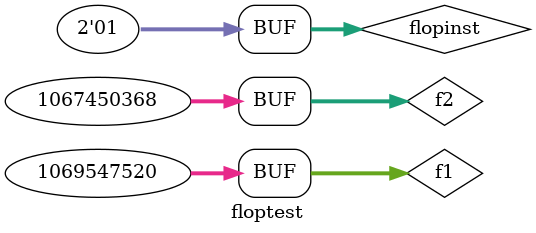
<source format=v>
module floptest();

    reg [31:0] f1 = 32'b00111111110000000000000000000000;
    reg [31:0] f2 = 32'b00111111101000000000000000000000;
    wire [31:0] f0;
    reg [1:0] flopinst = 2'b01;

    flop FLOP(f1,f2,flopinst,f0);
    initial begin
        $monitor("%b",f0);
    end
endmodule
</source>
